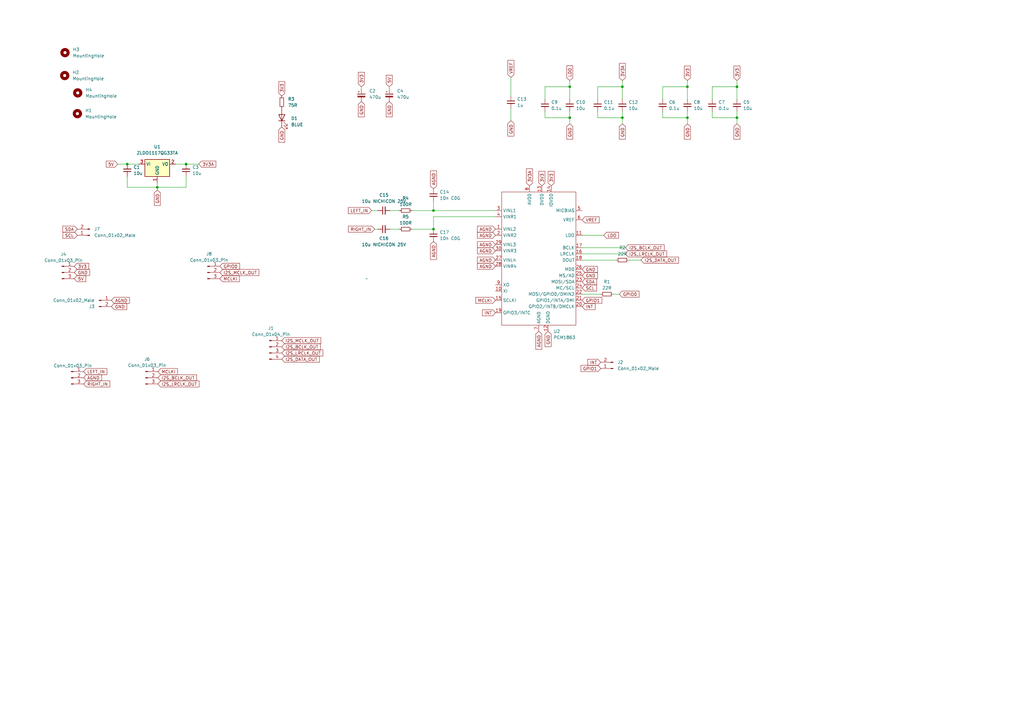
<source format=kicad_sch>
(kicad_sch (version 20231120) (generator "eeschema") (generator_version "8.0")
  (paper "A3")
  (lib_symbols
    (symbol "Connector:Conn_01x02_Male" (pin_names (offset 1.016) hide)
      (property "Reference" "J" (at 0 2.54 0))
      (property "Value" "Conn_01x02_Male" (at 0 -5.08 0))
      (symbol "Conn_01x02_Male_1_1"
        (polyline (pts (xy 1.27 -2.54) (xy 0.8636 -2.54)) (stroke (width 0.1524)))
        (polyline (pts (xy 1.27 0) (xy 0.8636 0)) (stroke (width 0.1524)))
        (rectangle (start 0.8636 -2.413) (end 0 -2.667) (stroke (width 0.1524)) (fill (type outline)))
        (rectangle (start 0.8636 0.127) (end 0 -0.127) (stroke (width 0.1524)) (fill (type outline)))
        (pin passive line (at 5.08 0 180) (length 3.81) (name "Pin_1") (number "1"))
        (pin passive line (at 5.08 -2.54 180) (length 3.81) (name "Pin_2") (number "2"))
      )
    )
    (symbol "Connector:Conn_01x03_Pin" (pin_names (offset 1.016) hide)
      (property "Reference" "J" (at 0 5.08 0))
      (property "Value" "Conn_01x03_Pin" (at 0 -5.08 0))
      (symbol "Conn_01x03_Pin_1_1"
        (polyline (pts (xy 1.27 -2.54) (xy 0.8636 -2.54)) (stroke (width 0.1524)))
        (polyline (pts (xy 1.27 0) (xy 0.8636 0)) (stroke (width 0.1524)))
        (polyline (pts (xy 1.27 2.54) (xy 0.8636 2.54)) (stroke (width 0.1524)))
        (rectangle (start 0.8636 -2.413) (end 0 -2.667) (stroke (width 0.1524)) (fill (type outline)))
        (rectangle (start 0.8636 0.127) (end 0 -0.127) (stroke (width 0.1524)) (fill (type outline)))
        (rectangle (start 0.8636 2.667) (end 0 2.413) (stroke (width 0.1524)) (fill (type outline)))
        (pin passive line (at 5.08 2.54 180) (length 3.81) (name "Pin_1") (number "1"))
        (pin passive line (at 5.08 0 180) (length 3.81) (name "Pin_2") (number "2"))
        (pin passive line (at 5.08 -2.54 180) (length 3.81) (name "Pin_3") (number "3"))
      )
    )
    (symbol "Connector:Conn_01x04_Pin" (pin_names (offset 1.016) hide)
      (property "Reference" "J" (at 0 5.08 0))
      (property "Value" "Conn_01x04_Pin" (at 0 -7.62 0))
      (symbol "Conn_01x04_Pin_1_1"
        (polyline (pts (xy 1.27 -5.08) (xy 0.8636 -5.08)) (stroke (width 0.1524)))
        (polyline (pts (xy 1.27 -2.54) (xy 0.8636 -2.54)) (stroke (width 0.1524)))
        (polyline (pts (xy 1.27 0) (xy 0.8636 0)) (stroke (width 0.1524)))
        (polyline (pts (xy 1.27 2.54) (xy 0.8636 2.54)) (stroke (width 0.1524)))
        (rectangle (start 0.8636 -4.953) (end 0 -5.207) (stroke (width 0.1524)) (fill (type outline)))
        (rectangle (start 0.8636 -2.413) (end 0 -2.667) (stroke (width 0.1524)) (fill (type outline)))
        (rectangle (start 0.8636 0.127) (end 0 -0.127) (stroke (width 0.1524)) (fill (type outline)))
        (rectangle (start 0.8636 2.667) (end 0 2.413) (stroke (width 0.1524)) (fill (type outline)))
        (pin passive line (at 5.08 2.54 180) (length 3.81) (name "Pin_1") (number "1"))
        (pin passive line (at 5.08 0 180) (length 3.81) (name "Pin_2") (number "2"))
        (pin passive line (at 5.08 -2.54 180) (length 3.81) (name "Pin_3") (number "3"))
        (pin passive line (at 5.08 -5.08 180) (length 3.81) (name "Pin_4") (number "4"))
      )
    )
    (symbol "Custom:PCM1863"
      (property "Reference" "U" (at 0 0 0))
      (property "Value" "PCM1863" (at 0.254 2.794 0))
      (symbol "PCM1863_0_1"
        (rectangle (start -17.78 67.31) (end 12.7 12.7))
      )
      (symbol "PCM1863_1_1"
        (pin input line (at -20.32 52.07 0) (length 2.54) (name "VINL2") (number "1"))
        (pin input line (at -20.32 26.67 0) (length 2.54) (name "XI") (number "10"))
        (pin input line (at 15.24 49.53 180) (length 2.54) (name "LDO") (number "11"))
        (pin input line (at 1.27 10.16 90) (length 2.54) (name "DGND") (number "12"))
        (pin input line (at -1.27 69.85 270) (length 2.54) (name "DVDD") (number "13"))
        (pin input line (at 2.54 69.85 270) (length 2.54) (name "IOVDD") (number "14"))
        (pin input line (at -20.32 22.86 0) (length 2.54) (name "SCLKI") (number "15"))
        (pin input line (at 15.24 41.91 180) (length 2.54) (name "LRCLK") (number "16"))
        (pin input line (at 15.24 44.45 180) (length 2.54) (name "BCLK") (number "17"))
        (pin input line (at 15.24 39.37 180) (length 2.54) (name "DOUT") (number "18"))
        (pin input line (at -20.32 17.78 0) (length 2.54) (name "GPIO3/INTC") (number "19"))
        (pin input line (at -20.32 49.53 0) (length 2.54) (name "VINR2") (number "2"))
        (pin input line (at 15.24 20.32 180) (length 2.54) (name "GPIO2/INTB/DMCLK") (number "20"))
        (pin input line (at 15.24 22.86 180) (length 2.54) (name "GPIO1/INTA/DMI") (number "21"))
        (pin input line (at 15.24 25.4 180) (length 2.54) (name "MOSI/GPIO0/DMIN2") (number "22"))
        (pin input line (at 15.24 30.48 180) (length 2.54) (name "MOSI/SDA") (number "23"))
        (pin input line (at 15.24 27.94 180) (length 2.54) (name "MC/SCL") (number "24"))
        (pin input line (at 15.24 33.02 180) (length 2.54) (name "MS/AD") (number "25"))
        (pin input line (at 15.24 35.56 180) (length 2.54) (name "MD0") (number "26"))
        (pin input line (at -20.32 39.37 0) (length 2.54) (name "VINL4") (number "27"))
        (pin input line (at -20.32 36.83 0) (length 2.54) (name "VINR4") (number "28"))
        (pin input line (at -20.32 45.72 0) (length 2.54) (name "VINL3") (number "29"))
        (pin input line (at -20.32 59.69 0) (length 2.54) (name "VINL1") (number "3"))
        (pin input line (at -20.32 43.18 0) (length 2.54) (name "VINR3") (number "30"))
        (pin input line (at -20.32 57.15 0) (length 2.54) (name "VINR1") (number "4"))
        (pin input line (at 15.24 59.69 180) (length 2.54) (name "MICBIAS") (number "5"))
        (pin input line (at 15.24 55.88 180) (length 2.54) (name "VREF") (number "6"))
        (pin input line (at -2.54 10.16 90) (length 2.54) (name "AGND") (number "7"))
        (pin input line (at -6.35 69.85 270) (length 2.54) (name "AVDD") (number "8"))
        (pin input line (at -20.32 29.21 0) (length 2.54) (name "XO") (number "9"))
      )
    )
    (symbol "Custom:PCM1865"
      (property "Reference" "U" (at 0 0 0))
    )
    (symbol "Device:C_Polarized_Small" (pin_numbers hide) (pin_names (offset 0.254) hide)
      (property "Reference" "C" (at 0.254 1.778 0))
      (property "Value" "C_Polarized_Small" (at 0.254 -2.032 0))
      (symbol "C_Polarized_Small_0_1"
        (rectangle (start -1.524 -0.3048) (end 1.524 -0.6858) (fill (type outline)))
        (rectangle (start -1.524 0.6858) (end 1.524 0.3048))
        (polyline (pts (xy -1.27 1.524) (xy -0.762 1.524)))
        (polyline (pts (xy -1.016 1.27) (xy -1.016 1.778)))
      )
      (symbol "C_Polarized_Small_1_1"
        (pin passive line (at 0 2.54 270) (length 1.8542) (name "~") (number "1"))
        (pin passive line (at 0 -2.54 90) (length 1.8542) (name "~") (number "2"))
      )
    )
    (symbol "Device:C_Small" (pin_numbers hide) (pin_names (offset 0.254) hide)
      (property "Reference" "C" (at 0.254 1.778 0))
      (property "Value" "C_Small" (at 0.254 -2.032 0))
      (symbol "C_Small_0_1"
        (polyline (pts (xy -1.524 -0.508) (xy 1.524 -0.508)) (stroke (width 0.3302)))
        (polyline (pts (xy -1.524 0.508) (xy 1.524 0.508)) (stroke (width 0.3048)))
      )
      (symbol "C_Small_1_1"
        (pin passive line (at 0 2.54 270) (length 2.032) (name "~") (number "1"))
        (pin passive line (at 0 -2.54 90) (length 2.032) (name "~") (number "2"))
      )
    )
    (symbol "Device:LED" (pin_numbers hide) (pin_names (offset 1.016) hide)
      (property "Reference" "D" (at 0 2.54 0))
      (property "Value" "LED" (at 0 -2.54 0))
      (symbol "LED_0_1"
        (polyline (pts (xy -1.27 -1.27) (xy -1.27 1.27)) (stroke (width 0.254)))
        (polyline (pts (xy -1.27 0) (xy 1.27 0)))
        (polyline (pts (xy 1.27 -1.27) (xy 1.27 1.27) (xy -1.27 0) (xy 1.27 -1.27)) (stroke (width 0.254)))
        (polyline (pts (xy -3.048 -0.762) (xy -4.572 -2.286) (xy -3.81 -2.286) (xy -4.572 -2.286) (xy -4.572 -1.524)))
        (polyline (pts (xy -1.778 -0.762) (xy -3.302 -2.286) (xy -2.54 -2.286) (xy -3.302 -2.286) (xy -3.302 -1.524)))
      )
      (symbol "LED_1_1"
        (pin passive line (at -3.81 0 0) (length 2.54) (name "K") (number "1"))
        (pin passive line (at 3.81 0 180) (length 2.54) (name "A") (number "2"))
      )
    )
    (symbol "Device:R_Small" (pin_numbers hide) (pin_names (offset 0.254) hide)
      (property "Reference" "R" (at 0.762 0.508 0))
      (property "Value" "R_Small" (at 0.762 -1.016 0))
      (symbol "R_Small_0_1"
        (rectangle (start -0.762 1.778) (end 0.762 -1.778) (stroke (width 0.2032)))
      )
      (symbol "R_Small_1_1"
        (pin passive line (at 0 2.54 270) (length 0.762) (name "~") (number "1"))
        (pin passive line (at 0 -2.54 90) (length 0.762) (name "~") (number "2"))
      )
    )
    (symbol "Mechanical:MountingHole" (pin_names (offset 1.016))
      (property "Reference" "H" (at 0 5.08 0))
      (property "Value" "MountingHole" (at 0 3.175 0))
      (symbol "MountingHole_0_1"
        (circle (center 0 0) (radius 1.27) (stroke (width 1.27)))
      )
    )
    (symbol "Regulator_Linear:AMS1117-3.3"
      (property "Reference" "U" (at -3.81 3.175 0))
      (property "Value" "AMS1117-3.3" (at 0 3.175 0))
      (symbol "AMS1117-3.3_0_1"
        (rectangle (start -5.08 -5.08) (end 5.08 1.905) (stroke (width 0.254)) (fill (type background)))
      )
      (symbol "AMS1117-3.3_1_1"
        (pin power_in line (at 0 -7.62 90) (length 2.54) (name "GND") (number "1"))
        (pin power_out line (at 7.62 0 180) (length 2.54) (name "VO") (number "2"))
        (pin power_in line (at -7.62 0 0) (length 2.54) (name "VI") (number "3"))
      )
    )
  )
  (junction (at 302.26 48.26))
  (junction (at 76.327 67.31))
  (junction (at 255.27 48.26))
  (junction (at 281.94 35.56))
  (junction (at 255.27 35.56))
  (junction (at 64.516 76.835))
  (junction (at 177.8 93.98))
  (junction (at 52.197 67.31))
  (junction (at 233.68 35.56))
  (junction (at 281.94 48.26))
  (junction (at 302.26 35.56))
  (junction (at 177.8 86.36))
  (junction (at 233.68 48.26))
  (wire (pts (xy 152.4 86.36) (xy 154.94 86.36)))
  (wire (pts (xy 302.26 40.64) (xy 302.26 35.56)))
  (wire (pts (xy 271.78 48.26) (xy 281.94 48.26)))
  (wire (pts (xy 271.78 35.56) (xy 271.78 40.64)))
  (wire (pts (xy 153.67 93.98) (xy 154.94 93.98)))
  (wire (pts (xy 76.327 72.39) (xy 76.327 76.835)))
  (wire (pts (xy 233.68 35.56) (xy 223.52 35.56)))
  (wire (pts (xy 281.94 35.56) (xy 271.78 35.56)))
  (wire (pts (xy 223.52 45.72) (xy 223.52 48.26)))
  (wire (pts (xy 255.27 50.8) (xy 255.27 48.26)))
  (wire (pts (xy 64.516 76.835) (xy 64.516 74.93)))
  (wire (pts (xy 209.55 44.45) (xy 209.55 49.53)))
  (wire (pts (xy 76.327 67.31) (xy 81.534 67.31)))
  (wire (pts (xy 247.65 96.52) (xy 238.76 96.52)))
  (wire (pts (xy 76.327 76.835) (xy 64.516 76.835)))
  (wire (pts (xy 177.8 86.36) (xy 203.2 86.36)))
  (wire (pts (xy 238.76 101.6) (xy 256.54 101.6)))
  (wire (pts (xy 292.1 48.26) (xy 302.26 48.26)))
  (wire (pts (xy 255.27 40.64) (xy 255.27 35.56)))
  (wire (pts (xy 292.1 35.56) (xy 292.1 40.64)))
  (wire (pts (xy 302.26 35.56) (xy 302.26 33.02)))
  (wire (pts (xy 281.94 50.8) (xy 281.94 48.26)))
  (wire (pts (xy 281.94 48.26) (xy 281.94 45.72)))
  (wire (pts (xy 64.516 77.978) (xy 64.516 76.835)))
  (wire (pts (xy 255.27 35.56) (xy 245.11 35.56)))
  (wire (pts (xy 209.55 31.75) (xy 209.55 39.37)))
  (wire (pts (xy 292.1 45.72) (xy 292.1 48.26)))
  (wire (pts (xy 302.26 35.56) (xy 292.1 35.56)))
  (wire (pts (xy 238.76 104.14) (xy 256.54 104.14)))
  (wire (pts (xy 52.197 76.835) (xy 64.516 76.835)))
  (wire (pts (xy 148.209 35.56) (xy 148.209 36.576)))
  (wire (pts (xy 160.02 93.98) (xy 163.83 93.98)))
  (wire (pts (xy 223.52 35.56) (xy 223.52 40.64)))
  (wire (pts (xy 168.91 93.98) (xy 177.8 93.98)))
  (wire (pts (xy 160.02 86.36) (xy 163.83 86.36)))
  (wire (pts (xy 233.68 40.64) (xy 233.68 35.56)))
  (wire (pts (xy 271.78 45.72) (xy 271.78 48.26)))
  (wire (pts (xy 233.68 50.8) (xy 233.68 48.26)))
  (wire (pts (xy 245.11 35.56) (xy 245.11 40.64)))
  (wire (pts (xy 281.94 40.64) (xy 281.94 35.56)))
  (wire (pts (xy 251.46 120.65) (xy 254 120.65)))
  (wire (pts (xy 233.68 48.26) (xy 233.68 45.72)))
  (wire (pts (xy 52.197 72.39) (xy 52.197 76.835)))
  (wire (pts (xy 52.197 67.31) (xy 56.896 67.31)))
  (wire (pts (xy 262.89 106.68) (xy 257.81 106.68)))
  (wire (pts (xy 255.27 48.26) (xy 255.27 45.72)))
  (wire (pts (xy 302.26 48.26) (xy 302.26 45.72)))
  (wire (pts (xy 159.639 35.56) (xy 159.639 36.576)))
  (wire (pts (xy 223.52 48.26) (xy 233.68 48.26)))
  (wire (pts (xy 203.2 88.9) (xy 177.8 88.9)))
  (wire (pts (xy 177.8 88.9) (xy 177.8 93.98)))
  (wire (pts (xy 76.327 67.31) (xy 72.136 67.31)))
  (wire (pts (xy 252.73 106.68) (xy 238.76 106.68)))
  (wire (pts (xy 302.26 50.8) (xy 302.26 48.26)))
  (wire (pts (xy 245.11 45.72) (xy 245.11 48.26)))
  (wire (pts (xy 48.26 67.31) (xy 52.197 67.31)))
  (wire (pts (xy 255.27 35.56) (xy 255.27 33.02)))
  (wire (pts (xy 233.68 35.56) (xy 233.68 33.02)))
  (wire (pts (xy 281.94 35.56) (xy 281.94 33.02)))
  (wire (pts (xy 245.11 48.26) (xy 255.27 48.26)))
  (wire (pts (xy 177.8 82.55) (xy 177.8 86.36)))
  (wire (pts (xy 168.91 86.36) (xy 177.8 86.36)))
  (wire (pts (xy 238.76 120.65) (xy 246.38 120.65)))
  (global_label "3V3A" (shape input) (at 255.27 33.02 90) (property "Intersheetrefs" "${INTERSHEET_REFS}" (effects (hide yes))))
  (global_label "VREF" (shape input) (at 209.55 31.75 90) (property "Intersheetrefs" "${INTERSHEET_REFS}" (effects (hide yes))))
  (global_label "LEFT_IN" (shape input) (at 34.29 152.4 0) (property "Intersheetrefs" "${INTERSHEET_REFS}" (effects (hide yes))))
  (global_label "SDA" (shape input) (at 238.76 115.57 0) (property "Intersheetrefs" "${INTERSHEET_REFS}" (effects (hide yes))))
  (global_label "RIGHT_IN" (shape input) (at 34.29 157.48 0) (property "Intersheetrefs" "${INTERSHEET_REFS}" (effects (hide yes))))
  (global_label "3V3" (shape input) (at 30.48 109.22 0) (property "Intersheetrefs" "${INTERSHEET_REFS}" (effects (hide yes))))
  (global_label "3V3" (shape input) (at 281.94 33.02 90) (property "Intersheetrefs" "${INTERSHEET_REFS}" (effects (hide yes))))
  (global_label "GND" (shape input) (at 115.57 52.07 270) (property "Intersheetrefs" "${INTERSHEET_REFS}" (effects (hide yes))))
  (global_label "AGND" (shape input) (at 177.8 99.06 270) (property "Intersheetrefs" "${INTERSHEET_REFS}" (effects (hide yes))))
  (global_label "SCL" (shape input) (at 238.76 118.11 0) (property "Intersheetrefs" "${INTERSHEET_REFS}" (effects (hide yes))))
  (global_label "AGND" (shape input) (at 203.2 109.22 180) (property "Intersheetrefs" "${INTERSHEET_REFS}" (effects (hide yes))))
  (global_label "GND" (shape input) (at 281.94 50.8 270) (property "Intersheetrefs" "${INTERSHEET_REFS}" (effects (hide yes))))
  (global_label "A0" (shape input) (at 218.44 -137.16 180) (property "Intersheetrefs" "${INTERSHEET_REFS}" (effects (hide yes))))
  (global_label "AGND" (shape input) (at 177.8 77.47 90) (property "Intersheetrefs" "${INTERSHEET_REFS}" (effects (hide yes))))
  (global_label "I2S_BCLK_OUT" (shape input) (at 115.57 142.24 0) (property "Intersheetrefs" "${INTERSHEET_REFS}" (effects (hide yes))))
  (global_label "GND" (shape input) (at 233.68 50.8 270) (property "Intersheetrefs" "${INTERSHEET_REFS}" (effects (hide yes))))
  (global_label "GND" (shape input) (at 255.27 50.8 270) (property "Intersheetrefs" "${INTERSHEET_REFS}" (effects (hide yes))))
  (global_label "I2S_BCLK_OUT" (shape input) (at 64.77 154.94 0) (property "Intersheetrefs" "${INTERSHEET_REFS}" (effects (hide yes))))
  (global_label "I2S_LRCLK_OUT" (shape input) (at 64.77 157.48 0) (property "Intersheetrefs" "${INTERSHEET_REFS}" (effects (hide yes))))
  (global_label "I2S_DATA_OUT" (shape input) (at 262.89 106.68 0) (property "Intersheetrefs" "${INTERSHEET_REFS}" (effects (hide yes))))
  (global_label "INT" (shape input) (at 246.38 148.59 180) (property "Intersheetrefs" "${INTERSHEET_REFS}" (effects (hide yes))))
  (global_label "AGND" (shape input) (at 203.2 93.98 180) (property "Intersheetrefs" "${INTERSHEET_REFS}" (effects (hide yes))))
  (global_label "INT" (shape input) (at 203.2 128.27 180) (property "Intersheetrefs" "${INTERSHEET_REFS}" (effects (hide yes))))
  (global_label "SCL" (shape input) (at 31.75 96.52 180) (property "Intersheetrefs" "${INTERSHEET_REFS}" (effects (hide yes))))
  (global_label "AGND" (shape input) (at 45.72 123.19 0) (property "Intersheetrefs" "${INTERSHEET_REFS}" (effects (hide yes))))
  (global_label "GND" (shape input) (at 302.26 50.8 270) (property "Intersheetrefs" "${INTERSHEET_REFS}" (effects (hide yes))))
  (global_label "MCLKI" (shape input) (at 203.2 123.19 180) (property "Intersheetrefs" "${INTERSHEET_REFS}" (effects (hide yes))))
  (global_label "5V" (shape input) (at 159.639 35.56 90) (property "Intersheetrefs" "${INTERSHEET_REFS}" (effects (hide yes))))
  (global_label "AGND" (shape input) (at 203.2 106.68 180) (property "Intersheetrefs" "${INTERSHEET_REFS}" (effects (hide yes))))
  (global_label "GND" (shape input) (at 238.76 113.03 0) (property "Intersheetrefs" "${INTERSHEET_REFS}" (effects (hide yes))))
  (global_label "3V3" (shape input) (at 148.209 35.56 90) (property "Intersheetrefs" "${INTERSHEET_REFS}" (effects (hide yes))))
  (global_label "AGND" (shape input) (at 220.98 135.89 270) (property "Intersheetrefs" "${INTERSHEET_REFS}" (effects (hide yes))))
  (global_label "3V3" (shape input) (at 226.06 76.2 90) (property "Intersheetrefs" "${INTERSHEET_REFS}" (effects (hide yes))))
  (global_label "RIGHT_IN" (shape input) (at 153.67 93.98 180) (property "Intersheetrefs" "${INTERSHEET_REFS}" (effects (hide yes))))
  (global_label "3V3A" (shape input) (at 81.534 67.31 0) (property "Intersheetrefs" "${INTERSHEET_REFS}" (effects (hide yes))))
  (global_label "3V3" (shape input) (at 222.25 76.2 90) (property "Intersheetrefs" "${INTERSHEET_REFS}" (effects (hide yes))))
  (global_label "SDA" (shape input) (at 31.75 93.98 180) (property "Intersheetrefs" "${INTERSHEET_REFS}" (effects (hide yes))))
  (global_label "3V3" (shape input) (at 115.57 39.37 90) (property "Intersheetrefs" "${INTERSHEET_REFS}" (effects (hide yes))))
  (global_label "GND" (shape input) (at 209.55 49.53 270) (property "Intersheetrefs" "${INTERSHEET_REFS}" (effects (hide yes))))
  (global_label "5V" (shape input) (at 30.48 114.3 0) (property "Intersheetrefs" "${INTERSHEET_REFS}" (effects (hide yes))))
  (global_label "I2S_DATA_OUT" (shape input) (at 115.57 147.32 0) (property "Intersheetrefs" "${INTERSHEET_REFS}" (effects (hide yes))))
  (global_label "I2S_LRCLK_OUT" (shape input) (at 256.54 104.14 0) (property "Intersheetrefs" "${INTERSHEET_REFS}" (effects (hide yes))))
  (global_label "LDO" (shape input) (at 247.65 96.52 0) (property "Intersheetrefs" "${INTERSHEET_REFS}" (effects (hide yes))))
  (global_label "I2S_MCLK_OUT" (shape input) (at 115.57 139.7 0) (property "Intersheetrefs" "${INTERSHEET_REFS}" (effects (hide yes))))
  (global_label "GPIO1" (shape input) (at 246.38 151.13 180) (property "Intersheetrefs" "${INTERSHEET_REFS}" (effects (hide yes))))
  (global_label "MCLKI" (shape input) (at 64.77 152.4 0) (property "Intersheetrefs" "${INTERSHEET_REFS}" (effects (hide yes))))
  (global_label "LEFT_IN" (shape input) (at 152.4 86.36 180) (property "Intersheetrefs" "${INTERSHEET_REFS}" (effects (hide yes))))
  (global_label "GND" (shape input) (at 159.639 41.656 270) (property "Intersheetrefs" "${INTERSHEET_REFS}" (effects (hide yes))))
  (global_label "GND" (shape input) (at 148.209 41.656 270) (property "Intersheetrefs" "${INTERSHEET_REFS}" (effects (hide yes))))
  (global_label "GND" (shape input) (at 30.48 111.76 0) (property "Intersheetrefs" "${INTERSHEET_REFS}" (effects (hide yes))))
  (global_label "AGND" (shape input) (at 203.2 100.33 180) (property "Intersheetrefs" "${INTERSHEET_REFS}" (effects (hide yes))))
  (global_label "MCLKI" (shape input) (at 90.17 114.3 0) (property "Intersheetrefs" "${INTERSHEET_REFS}" (effects (hide yes))))
  (global_label "GND" (shape input) (at 64.516 77.978 270) (property "Intersheetrefs" "${INTERSHEET_REFS}" (effects (hide yes))))
  (global_label "GPIO0" (shape input) (at 90.17 109.22 0) (property "Intersheetrefs" "${INTERSHEET_REFS}" (effects (hide yes))))
  (global_label "I2S_LRCLK_OUT" (shape input) (at 115.57 144.78 0) (property "Intersheetrefs" "${INTERSHEET_REFS}" (effects (hide yes))))
  (global_label "3V3" (shape input) (at 302.26 33.02 90) (property "Intersheetrefs" "${INTERSHEET_REFS}" (effects (hide yes))))
  (global_label "INT" (shape input) (at 238.76 125.73 0) (property "Intersheetrefs" "${INTERSHEET_REFS}" (effects (hide yes))))
  (global_label "GND" (shape input) (at 238.76 110.49 0) (property "Intersheetrefs" "${INTERSHEET_REFS}" (effects (hide yes))))
  (global_label "5V" (shape input) (at 48.26 67.31 180) (property "Intersheetrefs" "${INTERSHEET_REFS}" (effects (hide yes))))
  (global_label "VREF" (shape input) (at 238.76 90.17 0) (property "Intersheetrefs" "${INTERSHEET_REFS}" (effects (hide yes))))
  (global_label "GND" (shape input) (at 224.79 135.89 270) (property "Intersheetrefs" "${INTERSHEET_REFS}" (effects (hide yes))))
  (global_label "GPIO1" (shape input) (at 238.76 123.19 0) (property "Intersheetrefs" "${INTERSHEET_REFS}" (effects (hide yes))))
  (global_label "3V3A" (shape input) (at 217.17 76.2 90) (property "Intersheetrefs" "${INTERSHEET_REFS}" (effects (hide yes))))
  (global_label "I2S_BCLK_OUT" (shape input) (at 256.54 101.6 0) (property "Intersheetrefs" "${INTERSHEET_REFS}" (effects (hide yes))))
  (global_label "AGND" (shape input) (at 203.2 102.87 180) (property "Intersheetrefs" "${INTERSHEET_REFS}" (effects (hide yes))))
  (global_label "I2S_MCLK_OUT" (shape input) (at 90.17 111.76 0) (property "Intersheetrefs" "${INTERSHEET_REFS}" (effects (hide yes))))
  (global_label "AGND" (shape input) (at 203.2 96.52 180) (property "Intersheetrefs" "${INTERSHEET_REFS}" (effects (hide yes))))
  (global_label "GND" (shape input) (at 45.72 125.73 0) (property "Intersheetrefs" "${INTERSHEET_REFS}" (effects (hide yes))))
  (global_label "AGND" (shape input) (at 34.29 154.94 0) (property "Intersheetrefs" "${INTERSHEET_REFS}" (effects (hide yes))))
  (global_label "GPIO0" (shape input) (at 254 120.65 0) (property "Intersheetrefs" "${INTERSHEET_REFS}" (effects (hide yes))))
  (global_label "LDO" (shape input) (at 233.68 33.02 90) (property "Intersheetrefs" "${INTERSHEET_REFS}" (effects (hide yes))))
  (symbol (lib_id "Device:C_Small") (at 255.27 43.18 0) (unit 1)
    (property "Reference" "C12" (at 257.81 41.9162 0) (effects (justify left)))
    (property "Value" "10u" (at 257.81 44.4562 0) (effects (justify left)))
    (property "Footprint" "Capacitor_SMD:C_1206_3216Metric_Pad1.33x1.80mm_HandSolder" (effects (hide yes)))
    (property "Description" "Unpolarized capacitor, small symbol" (effects (hide yes)))
  )
  (symbol (lib_id "Device:C_Small") (at 177.8 80.01 0) (unit 1)
    (property "Reference" "C14" (at 180.34 78.7462 0) (effects (justify left)))
    (property "Value" "10n C0G" (at 180.34 81.2862 0) (effects (justify left)))
    (property "Footprint" "Capacitor_SMD:C_0805_2012Metric_Pad1.18x1.45mm_HandSolder" (effects (hide yes)))
    (property "Description" "Unpolarized capacitor, small symbol" (effects (hide yes)))
    (property "Mouser" "791-0805N103G250CT" (effects (hide yes)))
  )
  (symbol (lib_id "Connector:Conn_01x02_Male") (at 36.83 96.52 180) (unit 1)
    (property "Reference" "J7" (at 38.608 93.9799 0) (effects (justify right)))
    (property "Value" "Conn_01x02_Male" (at 38.608 96.5199 0) (effects (justify right)))
    (property "Footprint" "Connector_JST:JST_PH_B2B-PH-K_1x02_P2.00mm_Vertical" (effects (hide yes)))
  )
  (symbol (lib_id "Connector:Conn_01x02_Male") (at 40.64 123.19 0) (unit 1)
    (property "Reference" "J3" (at 38.862 125.7301 0) (effects (justify right)))
    (property "Value" "Conn_01x02_Male" (at 38.862 123.1901 0) (effects (justify right)))
    (property "Footprint" "Connector_PinHeader_2.54mm:PinHeader_1x02_P2.54mm_Vertical" (effects (hide yes)))
  )
  (symbol (lib_id "Custom:PCM1865") (at 148.59 113.03 0) (unit 1)
    (property "Reference" "U3" (effects (hide yes)))
    (property "Value" "~" (at 149.86 114.3 0) (effects (justify left)))
  )
  (symbol (lib_id "Device:C_Polarized_Small") (at 159.639 39.116 0) (unit 1)
    (property "Reference" "C4" (at 162.814 37.2999 0) (effects (justify left)))
    (property "Value" "470u" (at 162.814 39.8399 0) (effects (justify left)))
    (property "Footprint" "Capacitor_THT:CP_Radial_D6.3mm_P2.50mm" (effects (hide yes)))
  )
  (symbol (lib_id "Device:R_Small") (at 166.37 93.98 90) (unit 1)
    (property "Reference" "R5" (at 166.37 88.9 90))
    (property "Value" "100R" (at 166.37 91.44 90))
    (property "Footprint" "Resistor_SMD:R_0805_2012Metric_Pad1.20x1.40mm_HandSolder" (effects (hide yes)))
    (property "Description" "Resistor, small symbol" (effects (hide yes)))
    (property "Mouser" "603-RT0805FRE13100RL" (effects (hide yes)))
  )
  (symbol (lib_id "Device:C_Small") (at 52.197 69.85 180) (unit 1)
    (property "Reference" "C1" (at 54.737 68.5736 0) (effects (justify right)))
    (property "Value" "10u" (at 54.737 71.1136 0) (effects (justify right)))
    (property "Footprint" "Capacitor_SMD:C_1206_3216Metric_Pad1.33x1.80mm_HandSolder" (effects (hide yes)))
  )
  (symbol (lib_id "Device:C_Small") (at 177.8 96.52 0) (unit 1)
    (property "Reference" "C17" (at 180.34 95.2562 0) (effects (justify left)))
    (property "Value" "10n C0G" (at 180.34 97.7962 0) (effects (justify left)))
    (property "Footprint" "Capacitor_SMD:C_0805_2012Metric_Pad1.18x1.45mm_HandSolder" (effects (hide yes)))
    (property "Description" "Unpolarized capacitor, small symbol" (effects (hide yes)))
    (property "Mouser" "791-0805N103G250CT" (effects (hide yes)))
  )
  (symbol (lib_id "Connector:Conn_01x03_Pin") (at 85.09 111.76 0) (unit 1)
    (property "Reference" "J8" (at 85.725 104.14 0))
    (property "Value" "Conn_01x03_Pin" (at 85.725 106.68 0))
    (property "Footprint" "Connector_PinHeader_2.54mm:PinHeader_1x03_P2.54mm_Vertical" (effects (hide yes)))
    (property "Description" "Generic connector, single row, 01x03, script generated" (effects (hide yes)))
  )
  (symbol (lib_id "Mechanical:MountingHole") (at 31.877 38.1 0) (unit 1)
    (property "Reference" "H4" (at 35.052 36.8299 0) (effects (justify left)))
    (property "Value" "MountingHole" (at 35.052 39.3699 0) (effects (justify left)))
    (property "Footprint" "MountingHole:MountingHole_3.2mm_M3_DIN965_Pad_TopOnly" (effects (hide yes)))
  )
  (symbol (lib_id "Connector:Conn_01x04_Pin") (at 110.49 142.24 0) (unit 1)
    (property "Reference" "J1" (at 111.125 134.62 0))
    (property "Value" "Conn_01x04_Pin" (at 111.125 137.16 0))
    (property "Footprint" "Connector_JST:JST_PH_B4B-PH-K_1x04_P2.00mm_Vertical" (effects (hide yes)))
    (property "Description" "Generic connector, single row, 01x04, script generated" (effects (hide yes)))
  )
  (symbol (lib_id "Device:C_Small") (at 281.94 43.18 0) (unit 1)
    (property "Reference" "C8" (at 284.48 41.9162 0) (effects (justify left)))
    (property "Value" "10u" (at 284.48 44.4562 0) (effects (justify left)))
    (property "Footprint" "Capacitor_SMD:C_1206_3216Metric_Pad1.33x1.80mm_HandSolder" (effects (hide yes)))
    (property "Description" "Unpolarized capacitor, small symbol" (effects (hide yes)))
  )
  (symbol (lib_id "Device:LED") (at 115.57 48.26 90) (unit 1)
    (property "Reference" "D1" (at 119.38 48.5774 90) (effects (justify right)))
    (property "Value" "BLUE" (at 119.38 51.1174 90) (effects (justify right)))
    (property "Footprint" "LED_SMD:LED_0805_2012Metric" (effects (hide yes)))
    (property "Description" "Light emitting diode" (effects (hide yes)))
  )
  (symbol (lib_id "Connector:Conn_01x03_Pin") (at 59.69 154.94 0) (unit 1)
    (property "Reference" "J6" (at 60.325 147.32 0))
    (property "Value" "Conn_01x03_Pin" (at 60.325 149.86 0))
    (property "Footprint" "Connector_JST:JST_PH_B3B-PH-K_1x03_P2.00mm_Vertical" (effects (hide yes)))
    (property "Description" "Generic connector, single row, 01x03, script generated" (effects (hide yes)))
  )
  (symbol (lib_id "Device:C_Small") (at 292.1 43.18 0) (unit 1)
    (property "Reference" "C7" (at 294.64 41.9162 0) (effects (justify left)))
    (property "Value" "0.1u" (at 294.64 44.4562 0) (effects (justify left)))
    (property "Footprint" "Capacitor_SMD:C_0805_2012Metric_Pad1.18x1.45mm_HandSolder" (effects (hide yes)))
    (property "Description" "Unpolarized capacitor, small symbol" (effects (hide yes)))
  )
  (symbol (lib_id "Mechanical:MountingHole") (at 26.67 21.59 0) (unit 1)
    (property "Reference" "H3" (at 29.845 20.3199 0) (effects (justify left)))
    (property "Value" "MountingHole" (at 29.845 22.8599 0) (effects (justify left)))
    (property "Footprint" "MountingHole:MountingHole_3.2mm_M3_DIN965_Pad_TopOnly" (effects (hide yes)))
  )
  (symbol (lib_id "Device:C_Small") (at 302.26 43.18 0) (unit 1)
    (property "Reference" "C5" (at 304.8 41.9162 0) (effects (justify left)))
    (property "Value" "10u" (at 304.8 44.4562 0) (effects (justify left)))
    (property "Footprint" "Capacitor_SMD:C_1206_3216Metric_Pad1.33x1.80mm_HandSolder" (effects (hide yes)))
    (property "Description" "Unpolarized capacitor, small symbol" (effects (hide yes)))
  )
  (symbol (lib_id "Device:C_Small") (at 157.48 93.98 90) (unit 1)
    (property "Reference" "C16" (at 157.48 97.79 90))
    (property "Value" "10u NICHICON 25V" (at 157.48 100.33 90))
    (property "Footprint" "Capacitor_THT:CP_Radial_D5.0mm_P2.00mm" (effects (hide yes)))
    (property "Description" "Unpolarized capacitor, small symbol" (effects (hide yes)))
  )
  (symbol (lib_id "Connector:Conn_01x02_Male") (at 251.46 151.13 180) (unit 1)
    (property "Reference" "J2" (at 253.238 148.5899 0) (effects (justify right)))
    (property "Value" "Conn_01x02_Male" (at 253.238 151.1299 0) (effects (justify right)))
    (property "Footprint" "Connector_JST:JST_PH_B2B-PH-K_1x02_P2.00mm_Vertical" (effects (hide yes)))
  )
  (symbol (lib_id "Connector:Conn_01x03_Pin") (at 29.21 154.94 0) (unit 1)
    (property "Reference" "J5" (effects (hide yes)))
    (property "Value" "Conn_01x03_Pin" (at 29.845 149.987 0))
    (property "Footprint" "Connector_JST:JST_PH_B3B-PH-K_1x03_P2.00mm_Vertical" (effects (hide yes)))
  )
  (symbol (lib_id "Device:R_Small") (at 115.57 41.91 180) (unit 1)
    (property "Reference" "R3" (at 118.11 40.6399 0) (effects (justify right)))
    (property "Value" "75R" (at 118.11 43.1799 0) (effects (justify right)))
    (property "Footprint" "Resistor_SMD:R_0603_1608Metric_Pad0.98x0.95mm_HandSolder" (effects (hide yes)))
    (property "Description" "Resistor, small symbol" (effects (hide yes)))
  )
  (symbol (lib_id "Device:R_Small") (at 248.92 120.65 90) (unit 1)
    (property "Reference" "R1" (at 248.92 115.57 90))
    (property "Value" "22R" (at 248.92 118.11 90))
    (property "Footprint" "Resistor_SMD:R_0805_2012Metric_Pad1.20x1.40mm_HandSolder" (effects (hide yes)))
    (property "Description" "Resistor, small symbol" (effects (hide yes)))
    (property "Mouser" "603-RT0805FRE0722RL" (effects (hide yes)))
  )
  (symbol (lib_id "Device:C_Small") (at 223.52 43.18 0) (unit 1)
    (property "Reference" "C9" (at 226.06 41.9162 0) (effects (justify left)))
    (property "Value" "0.1u" (at 226.06 44.4562 0) (effects (justify left)))
    (property "Footprint" "Capacitor_SMD:C_0805_2012Metric_Pad1.18x1.45mm_HandSolder" (effects (hide yes)))
    (property "Description" "Unpolarized capacitor, small symbol" (effects (hide yes)))
  )
  (symbol (lib_id "Device:C_Small") (at 233.68 43.18 0) (unit 1)
    (property "Reference" "C10" (at 236.22 41.9162 0) (effects (justify left)))
    (property "Value" "10u" (at 236.22 44.4562 0) (effects (justify left)))
    (property "Footprint" "Capacitor_SMD:C_1206_3216Metric_Pad1.33x1.80mm_HandSolder" (effects (hide yes)))
    (property "Description" "Unpolarized capacitor, small symbol" (effects (hide yes)))
  )
  (symbol (lib_id "Device:C_Small") (at 157.48 86.36 90) (unit 1)
    (property "Reference" "C15" (at 157.4863 80.01 90))
    (property "Value" "10u NICHICON 25V" (at 157.4863 82.55 90))
    (property "Footprint" "Capacitor_THT:CP_Radial_D5.0mm_P2.00mm" (effects (hide yes)))
    (property "Description" "Unpolarized capacitor, small symbol" (effects (hide yes)))
  )
  (symbol (lib_id "Connector:Conn_01x03_Pin") (at 25.4 111.76 0) (unit 1)
    (property "Reference" "J4" (at 26.035 104.267 0))
    (property "Value" "Conn_01x03_Pin" (at 26.035 106.807 0))
    (property "Footprint" "Connector_JST:JST_PH_B3B-PH-K_1x03_P2.00mm_Vertical" (effects (hide yes)))
  )
  (symbol (lib_id "Device:C_Small") (at 245.11 43.18 0) (unit 1)
    (property "Reference" "C11" (at 247.65 41.9162 0) (effects (justify left)))
    (property "Value" "0.1u" (at 247.65 44.4562 0) (effects (justify left)))
    (property "Footprint" "Capacitor_SMD:C_0805_2012Metric_Pad1.18x1.45mm_HandSolder" (effects (hide yes)))
    (property "Description" "Unpolarized capacitor, small symbol" (effects (hide yes)))
  )
  (symbol (lib_id "Mechanical:MountingHole") (at 31.75 46.609 0) (unit 1)
    (property "Reference" "H1" (at 34.925 45.3389 0) (effects (justify left)))
    (property "Value" "MountingHole" (at 34.925 47.8789 0) (effects (justify left)))
    (property "Footprint" "MountingHole:MountingHole_3.2mm_M3_DIN965_Pad_TopOnly" (effects (hide yes)))
  )
  (symbol (lib_id "Device:C_Polarized_Small") (at 148.209 39.116 0) (unit 1)
    (property "Reference" "C2" (at 151.384 37.2999 0) (effects (justify left)))
    (property "Value" "470u" (at 151.384 39.8399 0) (effects (justify left)))
    (property "Footprint" "Capacitor_THT:CP_Radial_D6.3mm_P2.50mm" (effects (hide yes)))
  )
  (symbol (lib_id "Device:R_Small") (at 166.37 86.36 90) (unit 1)
    (property "Reference" "R4" (at 166.37 81.28 90))
    (property "Value" "100R" (at 166.37 83.82 90))
    (property "Footprint" "Resistor_SMD:R_0805_2012Metric_Pad1.20x1.40mm_HandSolder" (effects (hide yes)))
    (property "Description" "Resistor, small symbol" (effects (hide yes)))
    (property "Mouser" "603-RT0805FRE13100RL" (effects (hide yes)))
  )
  (symbol (lib_id "Regulator_Linear:AMS1117-3.3") (at 64.516 67.31 0) (unit 1)
    (property "Reference" "U1" (at 64.516 60.198 0))
    (property "Value" "ZLDO1117QG33TA" (at 64.516 62.738 0))
    (property "Footprint" "Package_TO_SOT_SMD:SOT-223-3_TabPin2" (effects (hide yes)))
    (property "Datasheet" "http://www.advanced-monolithic.com/pdf/ds1117.pdf" (effects (hide yes)))
  )
  (symbol (lib_id "Mechanical:MountingHole") (at 26.543 30.988 0) (unit 1)
    (property "Reference" "H2" (at 29.718 29.7179 0) (effects (justify left)))
    (property "Value" "MountingHole" (at 29.718 32.2579 0) (effects (justify left)))
    (property "Footprint" "MountingHole:MountingHole_3.2mm_M3_DIN965_Pad_TopOnly" (effects (hide yes)))
  )
  (symbol (lib_id "Device:R_Small") (at 255.27 106.68 90) (unit 1)
    (property "Reference" "R2" (at 255.27 101.6 90))
    (property "Value" "22R" (at 255.27 104.14 90))
    (property "Footprint" "Resistor_SMD:R_0805_2012Metric_Pad1.20x1.40mm_HandSolder" (effects (hide yes)))
    (property "Description" "Resistor, small symbol" (effects (hide yes)))
    (property "Mouser" "603-RT0805FRE0722RL" (effects (hide yes)))
  )
  (symbol (lib_id "Device:C_Small") (at 209.55 41.91 0) (unit 1)
    (property "Reference" "C13" (at 212.09 40.6462 0) (effects (justify left)))
    (property "Value" "1u" (at 212.09 43.1862 0) (effects (justify left)))
    (property "Footprint" "Capacitor_SMD:C_1206_3216Metric_Pad1.33x1.80mm_HandSolder" (effects (hide yes)))
    (property "Description" "Unpolarized capacitor, small symbol" (effects (hide yes)))
  )
  (symbol (lib_id "Device:C_Small") (at 76.327 69.85 180) (unit 1)
    (property "Reference" "C3" (at 78.867 68.5736 0) (effects (justify right)))
    (property "Value" "10u" (at 78.867 71.1136 0) (effects (justify right)))
    (property "Footprint" "Capacitor_SMD:C_1206_3216Metric_Pad1.33x1.80mm_HandSolder" (effects (hide yes)))
  )
  (symbol (lib_id "Device:C_Small") (at 271.78 43.18 0) (unit 1)
    (property "Reference" "C6" (at 274.32 41.9162 0) (effects (justify left)))
    (property "Value" "0.1u" (at 274.32 44.4562 0) (effects (justify left)))
    (property "Footprint" "Capacitor_SMD:C_0805_2012Metric_Pad1.18x1.45mm_HandSolder" (effects (hide yes)))
    (property "Description" "Unpolarized capacitor, small symbol" (effects (hide yes)))
  )
  (symbol (lib_id "Custom:PCM1863") (at 223.52 146.05 0) (unit 1)
    (property "Reference" "U2" (at 226.9841 135.89 0) (effects (justify left)))
    (property "Value" "PCM1863" (at 226.9841 138.43 0) (effects (justify left)))
    (property "Footprint" "Package_SO:TSSOP-30_4.4x7.8mm_P0.5mm" (effects (hide yes)))
    (property "Mouser" "595-PCM1863DBT" (effects (hide yes)))
  )
)
</source>
